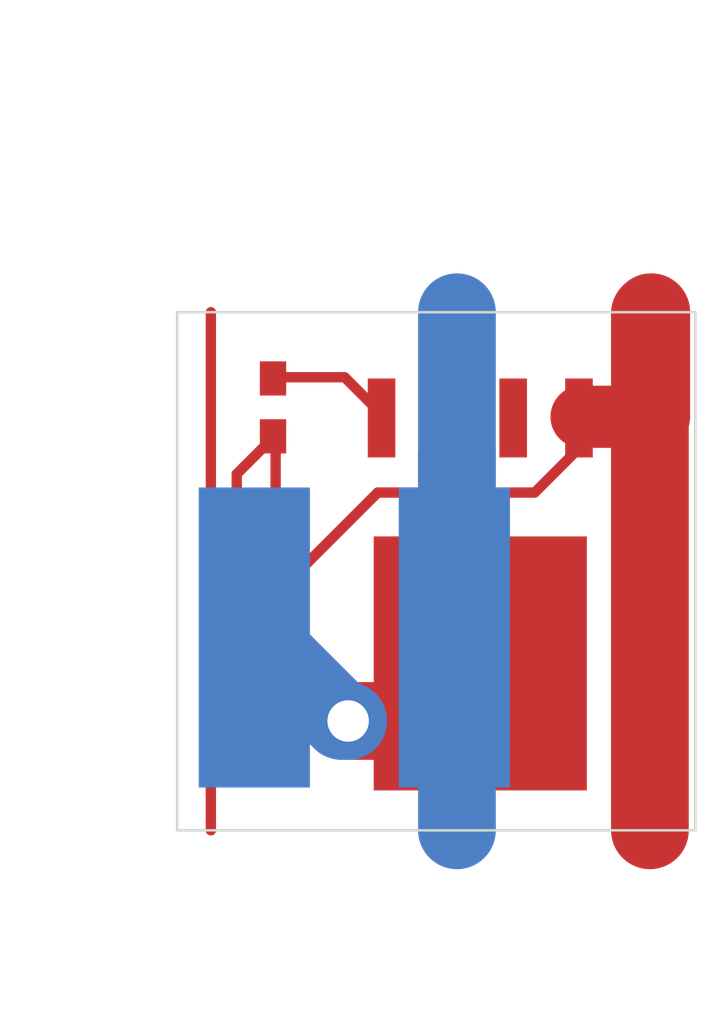
<source format=kicad_pcb>
(kicad_pcb (version 20241229) (generator "pcbnew") (generator_version "9.0")
  (layers (0 "F.Cu" signal) (2 "B.Cu" signal) (13 "F.Paste" user) (15 "B.Paste" user) (5 "F.SilkS" user "F.Silkscreen") (7 "B.SilkS" user "B.Silkscreen") (1 "F.Mask" user) (3 "B.Mask" user) (25 "Edge.Cuts" user))
  (net 0 "")
  (net 1 "+20V")
  (net 2 "Net-(Q2-D)")
  (net 3 "+10V")
  (net 4 "Net-(Q1-E)")
  (net 5 "GND")
  (net 8 "Net-(Q2-G)")
  (footprint "footprints:RC0402N_YAG" (layer "F.Cu") (at 112.850001 98.8371 -90)
    (property "Reference" "R101" (hide yes))
    (property "Value" "RC0402FR-07470RL")
    (pad "1" smd rect (at -0.5588 0 270) (size 0.6604 0.508) (layers "F.Cu" "F.Mask" "F.Paste") (net 8 "Net-(Q2-G)"))
    (pad "2" smd rect (at 0.5588 0 270) (size 0.6604 0.508) (layers "F.Cu" "F.Mask" "F.Paste") (net 4 "Net-(Q1-E)"))
  )
  (footprint "footprints:RES_CRCW0402_VIS" (layer "F.Cu") (at 112.850001 101.7482 -90)
    (property "Reference" "R1" (hide yes))
    (property "Value" "CRCW040250K0FKED" (hide yes))
    (pad "1" smd rect (at -0.4699 0 270) (size 0.5588 0.5588) (layers "F.Cu" "F.Mask" "F.Paste") (net 4 "Net-(Q1-E)"))
    (pad "2" smd rect (at 0.4699 0 270) (size 0.5588 0.5588) (layers "F.Cu" "F.Mask" "F.Paste") (net 5 "GND"))
  )
  (footprint "footprints:TRANS_RPM-075P_ROM" (layer "F.Cu") (at 112.600001 104.7783 -90)
    (property "Reference" "Q1" (hide yes))
    (property "Value" "RPM-075PTT86")
    (pad "1" smd rect (at -0.8509 0 270) (size 0.3048 1.2446) (layers "F.Cu" "F.Mask" "F.Paste") (net 4 "Net-(Q1-E)"))
    (pad "2" smd rect (at 0.8509 0 270) (size 0.3048 1.2446) (layers "F.Cu" "F.Mask" "F.Paste") (net 3 "+10V"))
  )
  (footprint "footprints:PowerPAK_SO-8L_3_VIS" (layer "F.Cu") (at 116.850001 102.648 180)
    (property "Reference" "Q2" (hide yes))
    (property "Value" "SQJA26EP-T1_GE3" (hide yes))
    (pad "1" smd rect (at -1.905 3.6068 180) (size 0.5334 1.524) (layers "F.Cu" "F.Mask" "F.Paste") (net 5 "GND"))
    (pad "2" smd rect (at -0.635 3.6068 180) (size 0.5334 1.524) (layers "F.Cu" "F.Mask" "F.Paste"))
    (pad "3" smd rect (at 0.635 3.6068 180) (size 0.5334 1.524) (layers "F.Cu" "F.Mask" "F.Paste"))
    (pad "4" smd rect (at 1.905 3.6068 180) (size 0.5334 1.524) (layers "F.Cu" "F.Mask" "F.Paste") (net 8 "Net-(Q2-G)"))
    (pad "5" smd rect (at 0 -1.1303 180) (size 4.1148 4.9022) (layers "F.Cu" "F.Mask" "F.Paste") (net 2 "Net-(Q2-D)"))
  )
  (footprint "footprints:IND_BOURNS_SDR0604" (layer "B.Cu") (at 114.419601 103.2783 180)
    (property "Reference" "L1" (hide yes))
    (property "Value" "SDR0604- 821KL")
    (pad "1" smd rect (at -1.9304 0 180) (size 2.1463 5.7912) (layers "B.Cu" "B.Mask" "B.Paste") (net 1 "+20V"))
    (pad "2" smd rect (at 1.9304 0 180) (size 2.1463 5.7912) (layers "B.Cu" "B.Mask" "B.Paste") (net 2 "Net-(Q2-D)"))
  )
  (gr_rect (start 111 97) (end 121 107) (stroke (width 0.05)) (fill no) (layer "Edge.Cuts"))
  (segment (start 116.4 103.255) (end 116.4 99.745) (width 1.5) (layer "B.Cu") (net 1))
  (segment (start 116.4 107) (end 116.4 99.745) (width 1.5) (layer "B.Cu") (net 1))
  (segment (start 116.4 99.745) (end 116.4 97) (width 1.5) (layer "B.Cu") (net 1))
  (segment (start 115.765831 104.889169) (end 114.299527 104.889169) (width 1.5) (layer "F.Cu") (net 2))
  (segment (start 116.9 103.755) (end 115.765831 104.889169) (width 1.5) (layer "F.Cu") (net 2))
  (via (at 114.299527 104.889169) (size 1.5) (drill 0.8) (layers "F.Cu" "B.Cu") (net 2))
  (segment (start 114.299527 104.889169) (end 114.173369 104.889169) (width 1.5) (layer "B.Cu") (net 2))
  (segment (start 114.173369 104.889169) (end 112.5392 103.255) (width 1.5) (layer "B.Cu") (net 2))
  (segment (start 112.65 105.6059) (end 111.7509 105.6059) (width 0.2) (layer "F.Cu") (net 3))
  (segment (start 111.65 97) (end 111.65 107) (width 0.2) (layer "F.Cu") (net 3))
  (segment (start 112.9 101.255) (end 112.9 99.3726) (width 0.2) (layer "F.Cu") (net 4))
  (segment (start 112.15 103.4041) (end 112.15 100.1226) (width 0.2) (layer "F.Cu") (net 4))
  (segment (start 112.15 100.1226) (end 112.9 99.3726) (width 0.2) (layer "F.Cu") (net 4))
  (segment (start 112.65 103.9041) (end 112.15 103.4041) (width 0.2) (layer "F.Cu") (net 4))
  (segment (start 120.1242 107) (end 120.1242 97.0258) (width 1.5) (layer "F.Cu") (net 5))
  (segment (start 114.8699 100.481) (end 117.9 100.481) (width 0.2) (layer "F.Cu") (net 5))
  (segment (start 118.805 99.576) (end 118.805 99.0179) (width 0.2) (layer "F.Cu") (net 5))
  (segment (start 120.1242 97.0258) (end 120.15 97) (width 1.5) (layer "F.Cu") (net 5))
  (segment (start 117.9 100.481) (end 118.805 99.576) (width 0.2) (layer "F.Cu") (net 5))
  (segment (start 113.1561 102.1948) (end 112.9 102.1948) (width 0.2) (layer "F.Cu") (net 5))
  (segment (start 120.15 97) (end 120.15 99.005) (width 1.5) (layer "F.Cu") (net 5))
  (segment (start 120.15 99.005) (end 120.1371 99.0179) (width 1.5) (layer "F.Cu") (net 5))
  (segment (start 114.8699 100.481) (end 113.1561 102.1948) (width 0.2) (layer "F.Cu") (net 5))
  (segment (start 120.1371 99.0179) (end 118.805 99.0179) (width 1.2) (layer "F.Cu") (net 5))
  (segment (start 112.9 98.255) (end 114.2321 98.255) (width 0.2) (layer "F.Cu") (net 8))
  (segment (start 114.2321 98.255) (end 114.995 99.0179) (width 0.2) (layer "F.Cu") (net 8))
)
</source>
